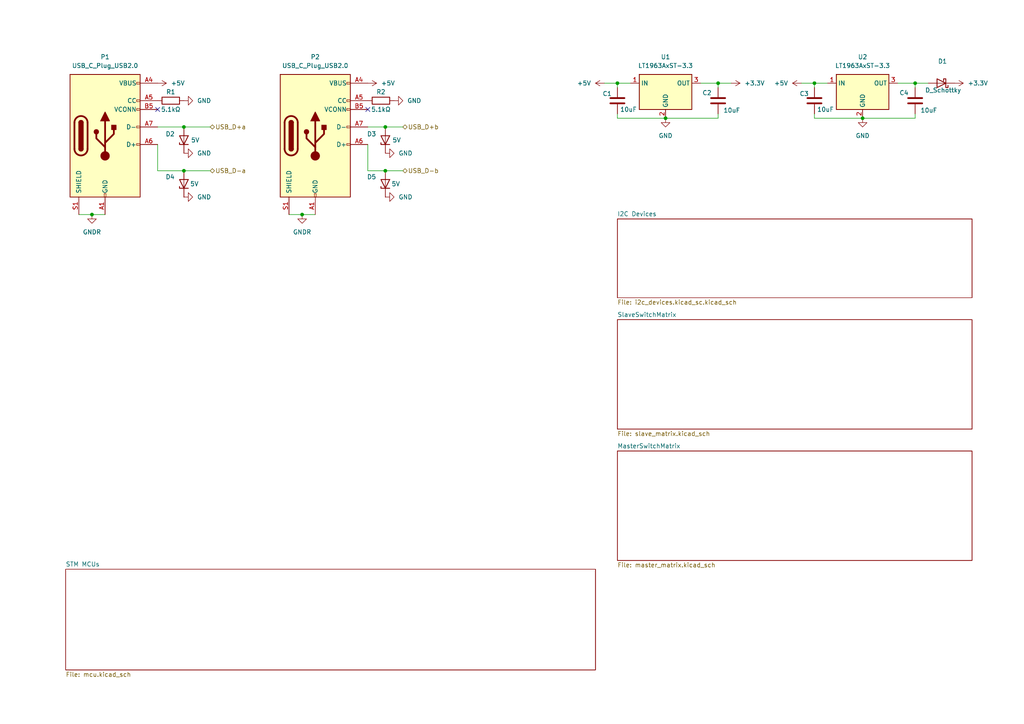
<source format=kicad_sch>
(kicad_sch (version 20250114) (generator "eeschema") (generator_version "9.0")
  (paper "A4")
  (title_block (title "Yellow Panda Split Keyboard"))
  (lib_symbols
    (symbol "Connector:USB_C_Plug_USB2.0" (pin_names (offset 1.016))
      (property "Reference" "P" (at -10.16 19.05 0))
      (property "Value" "USB_C_Plug_USB2.0" (at 12.7 19.05 0))
      (symbol "USB_C_Plug_USB2.0_0_0"
        (rectangle (start -0.254 -17.78) (end 0.254 -16.764))
        (rectangle (start 10.16 15.494) (end 9.144 14.986))
        (rectangle (start 10.16 10.414) (end 9.144 9.906))
        (rectangle (start 10.16 7.874) (end 9.144 7.366))
        (rectangle (start 10.16 2.794) (end 9.144 2.286))
        (rectangle (start 10.16 -2.286) (end 9.144 -2.794))
      )
      (symbol "USB_C_Plug_USB2.0_0_1"
        (rectangle (start -10.16 17.78) (end 10.16 -17.78) (stroke (width 0.254)) (fill (type background)))
        (polyline (pts (xy -8.89 -3.81) (xy -8.89 3.81)) (stroke (width 0.508)))
        (rectangle (start -7.62 -3.81) (end -6.35 3.81) (stroke (width 0.254)) (fill (type outline)))
        (arc (start -7.62 3.81) (mid -6.985 4.4423) (end -6.35 3.81) (stroke (width 0.254)))
        (arc (start -7.62 3.81) (mid -6.985 4.4423) (end -6.35 3.81) (stroke (width 0.254)) (fill (type outline)))
        (arc (start -8.89 3.81) (mid -6.985 5.7067) (end -5.08 3.81) (stroke (width 0.508)))
        (arc (start -5.08 -3.81) (mid -6.985 -5.7067) (end -8.89 -3.81) (stroke (width 0.508)))
        (arc (start -6.35 -3.81) (mid -6.985 -4.4423) (end -7.62 -3.81) (stroke (width 0.254)))
        (arc (start -6.35 -3.81) (mid -6.985 -4.4423) (end -7.62 -3.81) (stroke (width 0.254)) (fill (type outline)))
        (polyline (pts (xy -5.08 3.81) (xy -5.08 -3.81)) (stroke (width 0.508)))
        (circle (center -2.54 1.143) (radius 0.635) (stroke (width 0.254)) (fill (type outline)))
        (polyline (pts (xy -1.27 4.318) (xy 0 6.858) (xy 1.27 4.318) (xy -1.27 4.318)) (stroke (width 0.254)) (fill (type outline)))
        (polyline (pts (xy 0 -2.032) (xy 2.54 0.508) (xy 2.54 1.778)) (stroke (width 0.508)))
        (polyline (pts (xy 0 -3.302) (xy -2.54 -0.762) (xy -2.54 0.508)) (stroke (width 0.508)))
        (polyline (pts (xy 0 -5.842) (xy 0 4.318)) (stroke (width 0.508)))
        (circle (center 0 -5.842) (radius 1.27) (fill (type outline)))
        (rectangle (start 1.905 1.778) (end 3.175 3.048) (stroke (width 0.254)) (fill (type outline)))
      )
      (symbol "USB_C_Plug_USB2.0_1_1"
        (pin passive line (at -7.62 -22.86 90) (length 5.08) (name "SHIELD") (number "S1"))
        (pin passive line (at 0 -22.86 90) (length 5.08) (name "GND") (number "A1"))
        (pin passive line (at 0 -22.86 90) (length 5.08) (hide yes) (name "GND") (number "A12"))
        (pin passive line (at 0 -22.86 90) (length 5.08) (hide yes) (name "GND") (number "B1"))
        (pin passive line (at 0 -22.86 90) (length 5.08) (hide yes) (name "GND") (number "B12"))
        (pin passive line (at 15.24 15.24 180) (length 5.08) (name "VBUS") (number "A4"))
        (pin passive line (at 15.24 15.24 180) (length 5.08) (hide yes) (name "VBUS") (number "A9"))
        (pin passive line (at 15.24 15.24 180) (length 5.08) (hide yes) (name "VBUS") (number "B4"))
        (pin passive line (at 15.24 15.24 180) (length 5.08) (hide yes) (name "VBUS") (number "B9"))
        (pin bidirectional line (at 15.24 10.16 180) (length 5.08) (name "CC") (number "A5"))
        (pin bidirectional line (at 15.24 7.62 180) (length 5.08) (name "VCONN") (number "B5"))
        (pin bidirectional line (at 15.24 2.54 180) (length 5.08) (name "D-") (number "A7"))
        (pin bidirectional line (at 15.24 -2.54 180) (length 5.08) (name "D+") (number "A6"))
      )
    )
    (symbol "Device:C" (pin_numbers (hide yes)) (pin_names (offset 0.254))
      (property "Reference" "C" (at 0.635 2.54 0))
      (property "Value" "C" (at 0.635 -2.54 0))
      (symbol "C_0_1"
        (polyline (pts (xy -2.032 0.762) (xy 2.032 0.762)) (stroke (width 0.508)))
        (polyline (pts (xy -2.032 -0.762) (xy 2.032 -0.762)) (stroke (width 0.508)))
      )
      (symbol "C_1_1"
        (pin passive line (at 0 3.81 270) (length 2.794) (name "~") (number "1"))
        (pin passive line (at 0 -3.81 90) (length 2.794) (name "~") (number "2"))
      )
    )
    (symbol "Device:D_Schottky" (pin_numbers (hide yes)) (pin_names (offset 1.016) (hide yes))
      (property "Reference" "D" (at 0 2.54 0))
      (property "Value" "D_Schottky" (at 0 -2.54 0))
      (symbol "D_Schottky_0_1"
        (polyline (pts (xy -1.905 0.635) (xy -1.905 1.27) (xy -1.27 1.27) (xy -1.27 -1.27) (xy -0.635 -1.27) (xy -0.635 -0.635)) (stroke (width 0.254)))
        (polyline (pts (xy 1.27 1.27) (xy 1.27 -1.27) (xy -1.27 0) (xy 1.27 1.27)) (stroke (width 0.254)))
        (polyline (pts (xy 1.27 0) (xy -1.27 0)))
      )
      (symbol "D_Schottky_1_1"
        (pin passive line (at -3.81 0 0) (length 2.54) (name "K") (number "1"))
        (pin passive line (at 3.81 0 180) (length 2.54) (name "A") (number "2"))
      )
    )
    (symbol "Device:R" (pin_numbers (hide yes)) (pin_names (offset 0))
      (property "Reference" "R" (at 2.032 0 90))
      (property "Value" "R" (at 0 0 90))
      (symbol "R_0_1"
        (rectangle (start -1.016 -2.54) (end 1.016 2.54) (stroke (width 0.254)))
      )
      (symbol "R_1_1"
        (pin passive line (at 0 3.81 270) (length 1.27) (name "~") (number "1"))
        (pin passive line (at 0 -3.81 90) (length 1.27) (name "~") (number "2"))
      )
    )
    (symbol "Diode:PESD5V0L1UL" (pin_numbers (hide yes)) (pin_names (hide yes))
      (property "Reference" "D" (at 0 2.54 0))
      (property "Value" "PESD5V0L1UL" (at 0 -2.54 0))
      (symbol "PESD5V0L1UL_0_1"
        (polyline (pts (xy -1.27 -1.27) (xy -1.27 1.27) (xy -0.762 1.27)) (stroke (width 0.254)))
        (polyline (pts (xy 1.27 0) (xy -1.27 0)))
        (polyline (pts (xy 1.27 -1.27) (xy 1.27 1.27) (xy -1.27 0) (xy 1.27 -1.27)) (stroke (width 0.254)))
      )
      (symbol "PESD5V0L1UL_1_1"
        (pin passive line (at -3.81 0 0) (length 2.54) (name "K") (number "1"))
        (pin passive line (at 3.81 0 180) (length 2.54) (name "A") (number "2"))
      )
    )
    (symbol "Regulator_Linear:LT1963AxST-3.3"
      (property "Reference" "U" (at -7.62 6.35 0))
      (property "Value" "LT1963AxST-3.3" (at -1.27 6.35 0))
      (symbol "LT1963AxST-3.3_0_1"
        (rectangle (start -7.62 5.08) (end 7.62 -5.08) (stroke (width 0.254)) (fill (type background)))
      )
      (symbol "LT1963AxST-3.3_1_1"
        (pin power_in line (at -10.16 2.54 0) (length 2.54) (name "IN") (number "1"))
        (pin power_in line (at 0 -7.62 90) (length 2.54) (name "GND") (number "2"))
        (pin power_out line (at 10.16 2.54 180) (length 2.54) (name "OUT") (number "3"))
      )
    )
    (symbol "foostan/kbd:GNDR" (power) (pin_names (offset 0))
      (property "Value" "GNDR" (at 0 -3.81 0))
      (symbol "GNDR_0_1"
        (polyline (pts (xy 0 0) (xy 0 -1.27) (xy 1.27 -1.27) (xy 0 -2.54) (xy -1.27 -1.27) (xy 0 -1.27)))
      )
      (symbol "GNDR_1_1"
        (pin power_in line (at 0 0 270) (length 0) (hide yes) (name "GNDR") (number "1"))
      )
    )
    (symbol "power:+3.3V" (power) (pin_numbers (hide yes)) (pin_names (offset 0) (hide yes))
      (property "Value" "+3.3V" (at 0 3.556 0))
      (symbol "+3.3V_0_1"
        (polyline (pts (xy -0.762 1.27) (xy 0 2.54)))
        (polyline (pts (xy 0 2.54) (xy 0.762 1.27)))
        (polyline (pts (xy 0 0) (xy 0 2.54)))
      )
      (symbol "+3.3V_1_1"
        (pin power_in line (at 0 0 90) (length 0) (name "~") (number "1"))
      )
    )
    (symbol "power:+5V" (power) (pin_numbers (hide yes)) (pin_names (offset 0) (hide yes))
      (property "Value" "+5V" (at 0 3.556 0))
      (symbol "+5V_0_1"
        (polyline (pts (xy -0.762 1.27) (xy 0 2.54)))
        (polyline (pts (xy 0 2.54) (xy 0.762 1.27)))
        (polyline (pts (xy 0 0) (xy 0 2.54)))
      )
      (symbol "+5V_1_1"
        (pin power_in line (at 0 0 90) (length 0) (name "~") (number "1"))
      )
    )
    (symbol "power:GND" (power) (pin_numbers (hide yes)) (pin_names (offset 0) (hide yes))
      (property "Value" "GND" (at 0 -3.81 0))
      (symbol "GND_0_1"
        (polyline (pts (xy 0 0) (xy 0 -1.27) (xy 1.27 -1.27) (xy 0 -2.54) (xy -1.27 -1.27) (xy 0 -1.27)))
      )
      (symbol "GND_1_1"
        (pin power_in line (at 0 0 270) (length 0) (name "~") (number "1"))
      )
    )
  )
  (junction (at 250.19 34.29))
  (junction (at 111.76 36.83))
  (junction (at 26.67 62.23))
  (junction (at 87.63 62.23))
  (junction (at 193.04 34.29))
  (junction (at 265.43 24.13))
  (junction (at 179.07 24.13))
  (junction (at 53.34 36.83))
  (junction (at 236.22 24.13))
  (junction (at 208.28 24.13))
  (junction (at 53.34 49.53))
  (junction (at 111.76 49.53))
  (no_connect (at 106.68 31.75))
  (no_connect (at 45.72 31.75))
  (wire (pts (xy 193.04 34.29) (xy 179.07 34.29)))
  (wire (pts (xy 87.63 62.23) (xy 91.44 62.23)))
  (wire (pts (xy 236.22 34.29) (xy 236.22 33.02)))
  (wire (pts (xy 250.19 34.29) (xy 265.43 34.29)))
  (wire (pts (xy 232.41 24.13) (xy 236.22 24.13)))
  (wire (pts (xy 265.43 34.29) (xy 265.43 33.02)))
  (wire (pts (xy 111.76 36.83) (xy 106.68 36.83)))
  (wire (pts (xy 60.96 49.53) (xy 53.34 49.53)))
  (wire (pts (xy 250.19 34.29) (xy 236.22 34.29)))
  (wire (pts (xy 26.67 62.23) (xy 30.48 62.23)))
  (wire (pts (xy 179.07 25.4) (xy 179.07 24.13)))
  (wire (pts (xy 60.96 36.83) (xy 53.34 36.83)))
  (wire (pts (xy 106.68 49.53) (xy 106.68 41.91)))
  (wire (pts (xy 208.28 34.29) (xy 208.28 33.02)))
  (wire (pts (xy 208.28 25.4) (xy 208.28 24.13)))
  (wire (pts (xy 53.34 36.83) (xy 45.72 36.83)))
  (wire (pts (xy 265.43 24.13) (xy 269.24 24.13)))
  (wire (pts (xy 179.07 24.13) (xy 182.88 24.13)))
  (wire (pts (xy 45.72 49.53) (xy 45.72 41.91)))
  (wire (pts (xy 45.72 49.53) (xy 53.34 49.53)))
  (wire (pts (xy 208.28 24.13) (xy 212.09 24.13)))
  (wire (pts (xy 203.2 24.13) (xy 208.28 24.13)))
  (wire (pts (xy 236.22 24.13) (xy 240.03 24.13)))
  (wire (pts (xy 83.82 62.23) (xy 87.63 62.23)))
  (wire (pts (xy 193.04 34.29) (xy 208.28 34.29)))
  (wire (pts (xy 116.84 36.83) (xy 111.76 36.83)))
  (wire (pts (xy 236.22 25.4) (xy 236.22 24.13)))
  (wire (pts (xy 22.86 62.23) (xy 26.67 62.23)))
  (wire (pts (xy 260.35 24.13) (xy 265.43 24.13)))
  (wire (pts (xy 116.84 49.53) (xy 111.76 49.53)))
  (wire (pts (xy 111.76 49.53) (xy 106.68 49.53)))
  (wire (pts (xy 175.26 24.13) (xy 179.07 24.13)))
  (wire (pts (xy 265.43 25.4) (xy 265.43 24.13)))
  (wire (pts (xy 179.07 34.29) (xy 179.07 33.02)))
  (hierarchical_label "USB_D+b" (shape bidirectional) (at 116.84 36.83 0))
  (hierarchical_label "USB_D-a" (shape bidirectional) (at 60.96 49.53 0))
  (hierarchical_label "USB_D-b" (shape bidirectional) (at 116.84 49.53 0))
  (hierarchical_label "USB_D+a" (shape bidirectional) (at 60.96 36.83 0))
  (symbol (lib_id "power:+3.3V") (at 212.09 24.13 270) (unit 1)
    (property "Reference" "#PWR04" (effects (hide yes)))
    (property "Value" "+3.3V" (at 215.9 24.1299 90) (effects (justify left)))
    (property "Description" "Power symbol creates a global label with name \"+3.3V\"" (effects (hide yes)))
  )
  (symbol (lib_id "Device:C") (at 236.22 29.21 0) (unit 1)
    (property "Reference" "C3" (at 231.902 27.178 0) (effects (justify left)))
    (property "Value" "10uF" (at 236.982 31.75 0) (effects (justify left)))
    (property "Footprint" "Capacitor_SMD:C_1206_3216Metric_Pad1.33x1.80mm_HandSolder" (effects (hide yes)))
    (property "Description" "Unpolarized capacitor" (effects (hide yes)))
  )
  (symbol (lib_id "Device:R") (at 110.49 29.21 270) (unit 1)
    (property "Reference" "R2" (at 110.49 26.67 90))
    (property "Value" "5.1kΩ" (at 110.49 31.75 90))
    (property "Footprint" "Resistor_SMD:R_01005_0402Metric_Pad0.57x0.30mm_HandSolder" (effects (hide yes)))
  )
  (symbol (lib_id "Device:C") (at 208.28 29.21 0) (unit 1)
    (property "Reference" "C2" (at 203.708 26.924 0) (effects (justify left)))
    (property "Value" "10uF" (at 209.804 32.004 0) (effects (justify left)))
    (property "Footprint" "Capacitor_SMD:C_1206_3216Metric_Pad1.33x1.80mm_HandSolder" (effects (hide yes)))
    (property "Description" "Unpolarized capacitor" (effects (hide yes)))
  )
  (symbol (lib_id "power:+3.3V") (at 276.86 24.13 270) (unit 1)
    (property "Reference" "#PWR06" (effects (hide yes)))
    (property "Value" "+3.3V" (at 280.67 24.1299 90) (effects (justify left)))
    (property "Description" "Power symbol creates a global label with name \"+3.3V\"" (effects (hide yes)))
  )
  (symbol (lib_id "Device:D_Schottky") (at 273.05 24.13 180) (unit 1)
    (property "Reference" "D1" (at 273.3675 17.78 0))
    (property "Value" "D_Schottky" (at 273.558 26.162 0))
    (property "Footprint" "PCM_JLCPCB:D_SOT-23" (effects (hide yes)))
    (property "Datasheet" "https://diotec.com/request/datasheet/bat54.pdf" (effects (hide yes)))
    (property "Description" "BAT54" (effects (hide yes)))
  )
  (symbol (lib_id "power:+5V") (at 232.41 24.13 90) (unit 1)
    (property "Reference" "#PWR05" (effects (hide yes)))
    (property "Value" "+5V" (at 228.6 24.1299 90) (effects (justify left)))
    (property "Description" "Power symbol creates a global label with name \"+5V\"" (effects (hide yes)))
  )
  (symbol (lib_id "power:+5V") (at 106.68 24.13 270) (unit 1)
    (property "Reference" "#PWR02" (effects (hide yes)))
    (property "Value" "+5V" (at 110.49 24.1299 90) (effects (justify left)))
    (property "Description" "Power symbol creates a global label with name \"+5V\"" (effects (hide yes)))
  )
  (symbol (lib_id "Regulator_Linear:LT1963AxST-3.3") (at 193.04 26.67 0) (unit 1)
    (property "Reference" "U1" (at 193.04 16.51 0))
    (property "Value" "LT1963AxST-3.3" (at 193.04 19.05 0))
    (property "Footprint" "Package_TO_SOT_SMD:SOT-223-3_TabPin2" (effects (hide yes)))
    (property "Datasheet" "https://www.analog.com/media/en/technical-documentation/data-sheets/1963aff.pdf" (effects (hide yes)))
    (property "Description" "3.3V, 1.5A, Low Noise, Fast Transient Response LDO Regulator, SOT-223" (effects (hide yes)))
  )
  (symbol (lib_id "Connector:USB_C_Plug_USB2.0") (at 91.44 39.37 0) (unit 1)
    (property "Reference" "P2" (at 91.44 16.51 0))
    (property "Value" "USB_C_Plug_USB2.0" (at 91.44 19.05 0))
    (property "Footprint" "Custom Lib:USB_C_Receptacle_GCT_USB4110" (effects (hide yes)))
    (property "Datasheet" "https://www.usb.org/sites/default/files/documents/usb_type-c.zip" (effects (hide yes)))
  )
  (symbol (lib_id "power:GND") (at 193.04 34.29 0) (unit 1)
    (property "Reference" "#PWR09" (effects (hide yes)))
    (property "Value" "GND" (at 193.04 39.37 0))
    (property "Description" "Power symbol creates a global label with name \"GND\" , ground" (effects (hide yes)))
  )
  (symbol (lib_id "power:+5V") (at 45.72 24.13 270) (unit 1)
    (property "Reference" "#PWR01" (effects (hide yes)))
    (property "Value" "+5V" (at 49.53 24.1299 90) (effects (justify left)))
    (property "Description" "Power symbol creates a global label with name \"+5V\"" (effects (hide yes)))
  )
  (symbol (lib_id "Connector:USB_C_Plug_USB2.0") (at 30.48 39.37 0) (unit 1)
    (property "Reference" "P1" (at 30.48 16.51 0))
    (property "Value" "USB_C_Plug_USB2.0" (at 30.48 19.05 0))
    (property "Footprint" "Custom Lib:USB_C_Receptacle_GCT_USB4110" (effects (hide yes)))
    (property "Datasheet" "https://www.usb.org/sites/default/files/documents/usb_type-c.zip" (effects (hide yes)))
  )
  (symbol (lib_id "power:GND") (at 53.34 44.45 90) (unit 1)
    (property "Reference" "#PWR011" (effects (hide yes)))
    (property "Value" "GND" (at 57.15 44.4499 90) (effects (justify right)))
    (property "Description" "Power symbol creates a global label with name \"GND\" , ground" (effects (hide yes)))
  )
  (symbol (lib_id "Regulator_Linear:LT1963AxST-3.3") (at 250.19 26.67 0) (unit 1)
    (property "Reference" "U2" (at 250.19 16.51 0))
    (property "Value" "LT1963AxST-3.3" (at 250.19 19.05 0))
    (property "Footprint" "Package_TO_SOT_SMD:SOT-223-3_TabPin2" (effects (hide yes)))
    (property "Datasheet" "https://www.analog.com/media/en/technical-documentation/data-sheets/1963aff.pdf" (effects (hide yes)))
    (property "Description" "3.3V, 1.5A, Low Noise, Fast Transient Response LDO Regulator, SOT-223" (effects (hide yes)))
  )
  (symbol (lib_id "Diode:PESD5V0L1UL") (at 111.76 53.34 90) (unit 1)
    (property "Reference" "D5" (at 106.426 51.308 90) (effects (justify right)))
    (property "Value" "5V" (at 113.538 53.34 90) (effects (justify right)))
    (property "Footprint" "PCM_JLCPCB:D_SOT-23" (effects (hide yes)))
    (property "Datasheet" "https://assets.nexperia.com/documents/data-sheet/PESD5V0L1UL.pdf" (effects (hide yes)))
    (property "Description" "Low capacitance unidirectional ESD protection diode, 5V, SOD-882" (effects (hide yes)))
  )
  (symbol (lib_id "power:GND") (at 111.76 44.45 90) (unit 1)
    (property "Reference" "#PWR012" (effects (hide yes)))
    (property "Value" "GND" (at 115.57 44.4499 90) (effects (justify right)))
    (property "Description" "Power symbol creates a global label with name \"GND\" , ground" (effects (hide yes)))
  )
  (symbol (lib_id "Device:C") (at 265.43 29.21 0) (unit 1)
    (property "Reference" "C4" (at 260.858 26.924 0) (effects (justify left)))
    (property "Value" "10uF" (at 266.954 32.004 0) (effects (justify left)))
    (property "Footprint" "Capacitor_SMD:C_1206_3216Metric_Pad1.33x1.80mm_HandSolder" (effects (hide yes)))
    (property "Description" "Unpolarized capacitor" (effects (hide yes)))
  )
  (symbol (lib_id "Diode:PESD5V0L1UL") (at 53.34 40.64 90) (unit 1)
    (property "Reference" "D2" (at 48.006 38.862 90) (effects (justify right)))
    (property "Value" "5V" (at 55.372 40.64 90) (effects (justify right)))
    (property "Footprint" "PCM_JLCPCB:D_SOT-23" (effects (hide yes)))
    (property "Datasheet" "https://assets.nexperia.com/documents/data-sheet/PESD5V0L1UL.pdf" (effects (hide yes)))
    (property "Description" "Low capacitance unidirectional ESD protection diode, 5V, SOD-882" (effects (hide yes)))
  )
  (symbol (lib_id "Device:R") (at 49.53 29.21 270) (unit 1)
    (property "Reference" "R1" (at 49.53 26.67 90))
    (property "Value" "5.1kΩ" (at 49.53 31.75 90))
    (property "Footprint" "Resistor_SMD:R_01005_0402Metric_Pad0.57x0.30mm_HandSolder" (effects (hide yes)))
  )
  (symbol (lib_id "power:GND") (at 114.3 29.21 90) (unit 1)
    (property "Reference" "#PWR08" (effects (hide yes)))
    (property "Value" "GND" (at 118.11 29.2099 90) (effects (justify right)))
    (property "Description" "Power symbol creates a global label with name \"GND\" , ground" (effects (hide yes)))
  )
  (symbol (lib_id "power:GND") (at 53.34 57.15 90) (unit 1)
    (property "Reference" "#PWR013" (effects (hide yes)))
    (property "Value" "GND" (at 57.15 57.1499 90) (effects (justify right)))
    (property "Description" "Power symbol creates a global label with name \"GND\" , ground" (effects (hide yes)))
  )
  (symbol (lib_id "Device:C") (at 179.07 29.21 0) (unit 1)
    (property "Reference" "C1" (at 174.752 27.178 0) (effects (justify left)))
    (property "Value" "10uF" (at 179.832 31.75 0) (effects (justify left)))
    (property "Footprint" "Capacitor_SMD:C_1206_3216Metric_Pad1.33x1.80mm_HandSolder" (effects (hide yes)))
    (property "Description" "Unpolarized capacitor" (effects (hide yes)))
  )
  (symbol (lib_id "Diode:PESD5V0L1UL") (at 53.34 53.34 90) (unit 1)
    (property "Reference" "D4" (at 48.006 51.308 90) (effects (justify right)))
    (property "Value" "5V" (at 55.118 53.34 90) (effects (justify right)))
    (property "Footprint" "PCM_JLCPCB:D_SOT-23" (effects (hide yes)))
    (property "Datasheet" "https://assets.nexperia.com/documents/data-sheet/PESD5V0L1UL.pdf" (effects (hide yes)))
    (property "Description" "Low capacitance unidirectional ESD protection diode, 5V, SOD-882" (effects (hide yes)))
  )
  (symbol (lib_id "power:+5V") (at 175.26 24.13 90) (unit 1)
    (property "Reference" "#PWR03" (effects (hide yes)))
    (property "Value" "+5V" (at 171.45 24.1299 90) (effects (justify left)))
    (property "Description" "Power symbol creates a global label with name \"+5V\"" (effects (hide yes)))
  )
  (symbol (lib_id "power:GND") (at 111.76 57.15 90) (unit 1)
    (property "Reference" "#PWR014" (effects (hide yes)))
    (property "Value" "GND" (at 115.57 57.1499 90) (effects (justify right)))
    (property "Description" "Power symbol creates a global label with name \"GND\" , ground" (effects (hide yes)))
  )
  (symbol (lib_id "power:GND") (at 53.34 29.21 90) (unit 1)
    (property "Reference" "#PWR07" (effects (hide yes)))
    (property "Value" "GND" (at 57.15 29.2099 90) (effects (justify right)))
    (property "Description" "Power symbol creates a global label with name \"GND\" , ground" (effects (hide yes)))
  )
  (symbol (lib_id "Diode:PESD5V0L1UL") (at 111.76 40.64 90) (unit 1)
    (property "Reference" "D3" (at 106.426 38.862 90) (effects (justify right)))
    (property "Value" "5V" (at 113.792 40.64 90) (effects (justify right)))
    (property "Footprint" "PCM_JLCPCB:D_SOT-23" (effects (hide yes)))
    (property "Datasheet" "https://assets.nexperia.com/documents/data-sheet/PESD5V0L1UL.pdf" (effects (hide yes)))
    (property "Description" "Low capacitance unidirectional ESD protection diode, 5V, SOD-882" (effects (hide yes)))
  )
  (symbol (lib_id "foostan/kbd:GNDR") (at 26.67 62.23 0) (unit 1)
    (property "Reference" "#PWR015" (effects (hide yes)))
    (property "Value" "GNDR" (at 26.67 67.31 0))
  )
  (symbol (lib_id "power:GND") (at 250.19 34.29 0) (unit 1)
    (property "Reference" "#PWR010" (effects (hide yes)))
    (property "Value" "GND" (at 250.19 39.37 0))
    (property "Description" "Power symbol creates a global label with name \"GND\" , ground" (effects (hide yes)))
  )
  (symbol (lib_id "foostan/kbd:GNDR") (at 87.63 62.23 0) (unit 1)
    (property "Reference" "#PWR016" (effects (hide yes)))
    (property "Value" "GNDR" (at 87.63 67.31 0))
  )
  (sheet (at 179.07 130.81) (size 102.87 31.75) (stroke (width 0.1524))
    (property "Sheetname" "MasterSwitchMatrix" (at 179.07 130.0984 0) (effects (justify left bottom)))
    (property "Sheetfile" "master_matrix.kicad_sch" (at 179.07 163.1446 0) (effects (justify left top)))
  )
  (sheet (at 179.07 63.5) (size 102.87 22.86) (stroke (width 0.1524))
    (property "Sheetname" "I2C Devices" (at 179.07 62.7884 0) (effects (justify left bottom)))
    (property "Sheetfile" "i2c_devices.kicad_sc.kicad_sch" (at 179.07 86.9446 0) (effects (justify left top)))
  )
  (sheet (at 179.07 92.71) (size 102.87 31.75) (stroke (width 0.1524))
    (property "Sheetname" "SlaveSwitchMatrix" (at 179.07 91.9984 0) (effects (justify left bottom)))
    (property "Sheetfile" "slave_matrix.kicad_sch" (at 179.07 125.0446 0) (effects (justify left top)))
  )
  (sheet (at 19.05 165.1) (size 153.67 29.21) (stroke (width 0.1524))
    (property "Sheetname" "STM MCUs" (at 19.05 164.3884 0) (effects (justify left bottom)))
    (property "Sheetfile" "mcu.kicad_sch" (at 19.05 194.8946 0) (effects (justify left top)))
  )
)
</source>
